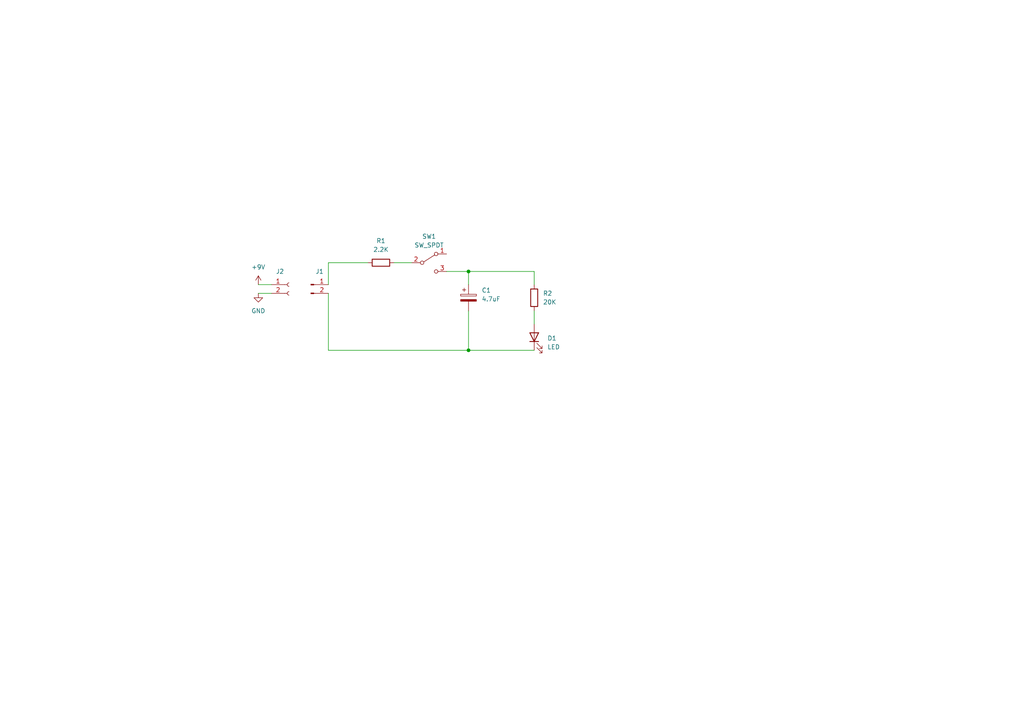
<source format=kicad_sch>
(kicad_sch (version 20211123) (generator eeschema)
  (paper "A4")
  (lib_symbols
    (symbol "Connector:Conn_01x02_Female" (pin_names (offset 1.016) hide)
      (property "Reference" "J" (at 0 2.54 0))
      (property "Value" "Conn_01x02_Female" (at 0 -5.08 0))
      (symbol "Conn_01x02_Female_1_1"
        (arc (start 0 -2.032) (mid -0.508 -2.54) (end 0 -3.048) (stroke (width 0.1524)))
        (polyline (pts (xy -1.27 -2.54) (xy -0.508 -2.54)) (stroke (width 0.1524)))
        (polyline (pts (xy -1.27 0) (xy -0.508 0)) (stroke (width 0.1524)))
        (arc (start 0 0.508) (mid -0.508 0) (end 0 -0.508) (stroke (width 0.1524)))
        (pin passive line (at -5.08 0 0) (length 3.81) (name "Pin_1") (number "1"))
        (pin passive line (at -5.08 -2.54 0) (length 3.81) (name "Pin_2") (number "2"))
      )
    )
    (symbol "Connector:Conn_01x02_Male" (pin_names (offset 1.016) hide)
      (property "Reference" "J" (at 0 2.54 0))
      (property "Value" "Conn_01x02_Male" (at 0 -5.08 0))
      (symbol "Conn_01x02_Male_1_1"
        (polyline (pts (xy 1.27 -2.54) (xy 0.8636 -2.54)) (stroke (width 0.1524)))
        (polyline (pts (xy 1.27 0) (xy 0.8636 0)) (stroke (width 0.1524)))
        (rectangle (start 0.8636 -2.413) (end 0 -2.667) (stroke (width 0.1524)) (fill (type outline)))
        (rectangle (start 0.8636 0.127) (end 0 -0.127) (stroke (width 0.1524)) (fill (type outline)))
        (pin passive line (at 5.08 0 180) (length 3.81) (name "Pin_1") (number "1"))
        (pin passive line (at 5.08 -2.54 180) (length 3.81) (name "Pin_2") (number "2"))
      )
    )
    (symbol "Device:C_Polarized" (pin_numbers hide) (pin_names (offset 0.254))
      (property "Reference" "C" (at 0.635 2.54 0))
      (property "Value" "C_Polarized" (at 0.635 -2.54 0))
      (symbol "C_Polarized_0_1"
        (rectangle (start -2.286 0.508) (end 2.286 1.016))
        (polyline (pts (xy -1.778 2.286) (xy -0.762 2.286)))
        (polyline (pts (xy -1.27 2.794) (xy -1.27 1.778)))
        (rectangle (start 2.286 -0.508) (end -2.286 -1.016) (fill (type outline)))
      )
      (symbol "C_Polarized_1_1"
        (pin passive line (at 0 3.81 270) (length 2.794) (name "~") (number "1"))
        (pin passive line (at 0 -3.81 90) (length 2.794) (name "~") (number "2"))
      )
    )
    (symbol "Device:LED" (pin_numbers hide) (pin_names (offset 1.016) hide)
      (property "Reference" "D" (at 0 2.54 0))
      (property "Value" "LED" (at 0 -2.54 0))
      (symbol "LED_0_1"
        (polyline (pts (xy -1.27 -1.27) (xy -1.27 1.27)) (stroke (width 0.254)))
        (polyline (pts (xy -1.27 0) (xy 1.27 0)))
        (polyline (pts (xy 1.27 -1.27) (xy 1.27 1.27) (xy -1.27 0) (xy 1.27 -1.27)) (stroke (width 0.254)))
        (polyline (pts (xy -3.048 -0.762) (xy -4.572 -2.286) (xy -3.81 -2.286) (xy -4.572 -2.286) (xy -4.572 -1.524)))
        (polyline (pts (xy -1.778 -0.762) (xy -3.302 -2.286) (xy -2.54 -2.286) (xy -3.302 -2.286) (xy -3.302 -1.524)))
      )
      (symbol "LED_1_1"
        (pin passive line (at -3.81 0 0) (length 2.54) (name "K") (number "1"))
        (pin passive line (at 3.81 0 180) (length 2.54) (name "A") (number "2"))
      )
    )
    (symbol "Device:R" (pin_numbers hide) (pin_names (offset 0))
      (property "Reference" "R" (at 2.032 0 90))
      (property "Value" "R" (at 0 0 90))
      (symbol "R_0_1"
        (rectangle (start -1.016 -2.54) (end 1.016 2.54) (stroke (width 0.254)))
      )
      (symbol "R_1_1"
        (pin passive line (at 0 3.81 270) (length 1.27) (name "~") (number "1"))
        (pin passive line (at 0 -3.81 90) (length 1.27) (name "~") (number "2"))
      )
    )
    (symbol "Switch:SW_SPDT" (pin_names (offset 0) hide)
      (property "Reference" "SW" (at 0 4.318 0))
      (property "Value" "SW_SPDT" (at 0 -5.08 0))
      (symbol "SW_SPDT_0_0"
        (circle (center -2.032 0) (radius 0.508))
        (circle (center 2.032 -2.54) (radius 0.508))
      )
      (symbol "SW_SPDT_0_1"
        (polyline (pts (xy -1.524 0.254) (xy 1.651 2.286)))
        (circle (center 2.032 2.54) (radius 0.508))
      )
      (symbol "SW_SPDT_1_1"
        (pin passive line (at 5.08 2.54 180) (length 2.54) (name "A") (number "1"))
        (pin passive line (at -5.08 0 0) (length 2.54) (name "B") (number "2"))
        (pin passive line (at 5.08 -2.54 180) (length 2.54) (name "C") (number "3"))
      )
    )
    (symbol "power:+9V" (power) (pin_names (offset 0))
      (property "Value" "+9V" (at 0 3.556 0))
      (symbol "+9V_0_1"
        (polyline (pts (xy -0.762 1.27) (xy 0 2.54)))
        (polyline (pts (xy 0 0) (xy 0 2.54)))
        (polyline (pts (xy 0 2.54) (xy 0.762 1.27)))
      )
      (symbol "+9V_1_1"
        (pin power_in line (at 0 0 90) (length 0) hide (name "+9V") (number "1"))
      )
    )
    (symbol "power:GND" (power) (pin_names (offset 0))
      (property "Value" "GND" (at 0 -3.81 0))
      (symbol "GND_0_1"
        (polyline (pts (xy 0 0) (xy 0 -1.27) (xy 1.27 -1.27) (xy 0 -2.54) (xy -1.27 -1.27) (xy 0 -1.27)))
      )
      (symbol "GND_1_1"
        (pin power_in line (at 0 0 270) (length 0) hide (name "GND") (number "1"))
      )
    )
  )
  (junction (at 135.89 78.74))
  (junction (at 135.89 101.6))
  (wire (pts (xy 106.68 76.2) (xy 95.25 76.2)))
  (wire (pts (xy 135.89 90.17) (xy 135.89 101.6)))
  (wire (pts (xy 114.3 76.2) (xy 119.38 76.2)))
  (wire (pts (xy 135.89 78.74) (xy 154.94 78.74)))
  (wire (pts (xy 74.93 85.09) (xy 78.74 85.09)))
  (wire (pts (xy 135.89 78.74) (xy 135.89 82.55)))
  (wire (pts (xy 74.93 82.55) (xy 78.74 82.55)))
  (wire (pts (xy 95.25 76.2) (xy 95.25 82.55)))
  (wire (pts (xy 154.94 101.6) (xy 135.89 101.6)))
  (wire (pts (xy 154.94 78.74) (xy 154.94 82.55)))
  (wire (pts (xy 95.25 101.6) (xy 95.25 85.09)))
  (wire (pts (xy 129.54 78.74) (xy 135.89 78.74)))
  (wire (pts (xy 135.89 101.6) (xy 95.25 101.6)))
  (wire (pts (xy 154.94 90.17) (xy 154.94 93.98)))
  (symbol (lib_id "Switch:SW_SPDT") (at 124.46 76.2 0) (unit 1)
    (property "Reference" "SW1" (at 124.46 68.58 0))
    (property "Value" "SW_SPDT" (at 124.46 71.12 0))
    (property "Footprint" "Button_Switch_THT:SW_E-Switch_EG1224_SPDT_Angled" (effects hide))
  )
  (symbol (lib_id "power:+9V") (at 74.93 82.55 0) (unit 1)
    (property "Reference" "#PWR0102" (effects hide))
    (property "Value" "+9V" (at 74.93 77.47 0))
  )
  (symbol (lib_id "Connector:Conn_01x02_Female") (at 83.82 82.55 0) (unit 1)
    (property "Reference" "J2" (at 80.01 78.74 0) (effects (justify left)))
    (property "Value" "Conn_01x02_Female" (effects hide))
  )
  (symbol (lib_id "Device:C_Polarized") (at 135.89 86.36 0) (unit 1)
    (property "Reference" "C1" (at 139.7 84.2009 0) (effects (justify left)))
    (property "Value" "4.7uF" (at 139.7 86.7409 0) (effects (justify left)))
    (property "Footprint" "Capacitor_THT:C_Radial_D5.0mm_H5.0mm_P2.00mm" (effects hide))
  )
  (symbol (lib_id "Device:R") (at 154.94 86.36 0) (unit 1)
    (property "Reference" "R2" (at 157.48 85.0899 0) (effects (justify left)))
    (property "Value" "20K" (at 157.48 87.6299 0) (effects (justify left)))
    (property "Footprint" "Resistor_THT:R_Axial_DIN0516_L15.5mm_D5.0mm_P20.32mm_Horizontal" (effects hide))
  )
  (symbol (lib_id "Device:R") (at 110.49 76.2 90) (unit 1)
    (property "Reference" "R1" (at 110.49 69.85 90))
    (property "Value" "2.2K" (at 110.49 72.39 90))
    (property "Footprint" "Resistor_THT:R_Axial_DIN0516_L15.5mm_D5.0mm_P20.32mm_Horizontal" (effects hide))
  )
  (symbol (lib_id "Device:LED") (at 154.94 97.79 90) (unit 1)
    (property "Reference" "D1" (at 158.75 98.1074 90) (effects (justify right)))
    (property "Value" "LED" (at 158.75 100.6474 90) (effects (justify right)))
    (property "Footprint" "LED_THT:LED_D5.0mm" (effects hide))
  )
  (symbol (lib_id "power:GND") (at 74.93 85.09 0) (unit 1)
    (property "Reference" "#PWR0101" (effects hide))
    (property "Value" "GND" (at 74.93 90.17 0))
  )
  (symbol (lib_id "Connector:Conn_01x02_Male") (at 90.17 82.55 0) (unit 1)
    (property "Reference" "J1" (at 92.71 78.74 0))
    (property "Value" "Connector" (effects hide))
    (property "Footprint" "Connector_JST:JST_PH_B2B-PH-K_1x02_P2.00mm_Vertical" (effects hide))
  )
)
</source>
